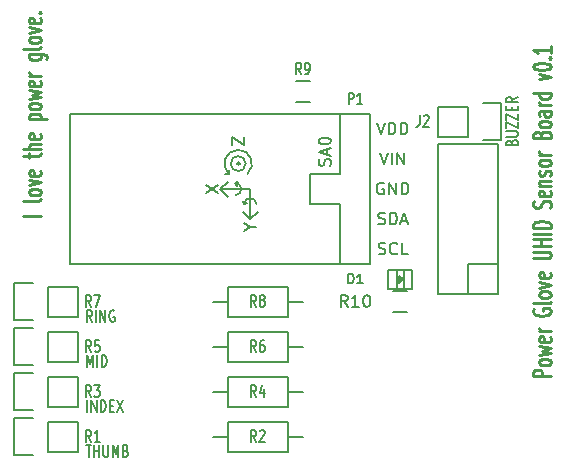
<source format=gto>
G04 #@! TF.FileFunction,Legend,Top*
%FSLAX46Y46*%
G04 Gerber Fmt 4.6, Leading zero omitted, Abs format (unit mm)*
G04 Created by KiCad (PCBNEW 4.0.1-stable) date 3/24/2016 2:30:21 AM*
%MOMM*%
G01*
G04 APERTURE LIST*
%ADD10C,0.200000*%
%ADD11C,0.150000*%
%ADD12C,0.250000*%
%ADD13C,0.127000*%
%ADD14C,0.149860*%
G04 APERTURE END LIST*
D10*
X166370000Y-102235000D02*
X166370000Y-104775000D01*
X168910000Y-102235000D02*
X166370000Y-102235000D01*
X163830000Y-104775000D02*
X163830000Y-92075000D01*
X168910000Y-104775000D02*
X163830000Y-104775000D01*
X168910000Y-92075000D02*
X168910000Y-104775000D01*
X163830000Y-92075000D02*
X168910000Y-92075000D01*
D11*
X170108571Y-91937857D02*
X170156190Y-91830714D01*
X170203810Y-91794999D01*
X170299048Y-91759285D01*
X170441905Y-91759285D01*
X170537143Y-91794999D01*
X170584762Y-91830714D01*
X170632381Y-91902142D01*
X170632381Y-92187857D01*
X169632381Y-92187857D01*
X169632381Y-91937857D01*
X169680000Y-91866428D01*
X169727619Y-91830714D01*
X169822857Y-91794999D01*
X169918095Y-91794999D01*
X170013333Y-91830714D01*
X170060952Y-91866428D01*
X170108571Y-91937857D01*
X170108571Y-92187857D01*
X169632381Y-91437857D02*
X170441905Y-91437857D01*
X170537143Y-91402142D01*
X170584762Y-91366428D01*
X170632381Y-91294999D01*
X170632381Y-91152142D01*
X170584762Y-91080714D01*
X170537143Y-91044999D01*
X170441905Y-91009285D01*
X169632381Y-91009285D01*
X169632381Y-90723571D02*
X169632381Y-90223571D01*
X170632381Y-90723571D01*
X170632381Y-90223571D01*
X169632381Y-90009285D02*
X169632381Y-89509285D01*
X170632381Y-90009285D01*
X170632381Y-89509285D01*
X170108571Y-89223571D02*
X170108571Y-88973571D01*
X170632381Y-88866428D02*
X170632381Y-89223571D01*
X169632381Y-89223571D01*
X169632381Y-88866428D01*
X170632381Y-88116428D02*
X170156190Y-88366428D01*
X170632381Y-88545000D02*
X169632381Y-88545000D01*
X169632381Y-88259285D01*
X169680000Y-88187857D01*
X169727619Y-88152142D01*
X169822857Y-88116428D01*
X169965714Y-88116428D01*
X170060952Y-88152142D01*
X170108571Y-88187857D01*
X170156190Y-88259285D01*
X170156190Y-88545000D01*
D12*
X130218571Y-98130240D02*
X128718571Y-98130240D01*
X130218571Y-96749288D02*
X130147143Y-96844526D01*
X130004286Y-96892145D01*
X128718571Y-96892145D01*
X130218571Y-96225478D02*
X130147143Y-96320716D01*
X130075714Y-96368335D01*
X129932857Y-96415954D01*
X129504286Y-96415954D01*
X129361429Y-96368335D01*
X129290000Y-96320716D01*
X129218571Y-96225478D01*
X129218571Y-96082620D01*
X129290000Y-95987382D01*
X129361429Y-95939763D01*
X129504286Y-95892144D01*
X129932857Y-95892144D01*
X130075714Y-95939763D01*
X130147143Y-95987382D01*
X130218571Y-96082620D01*
X130218571Y-96225478D01*
X129218571Y-95558811D02*
X130218571Y-95320716D01*
X129218571Y-95082620D01*
X130147143Y-94320715D02*
X130218571Y-94415953D01*
X130218571Y-94606430D01*
X130147143Y-94701668D01*
X130004286Y-94749287D01*
X129432857Y-94749287D01*
X129290000Y-94701668D01*
X129218571Y-94606430D01*
X129218571Y-94415953D01*
X129290000Y-94320715D01*
X129432857Y-94273096D01*
X129575714Y-94273096D01*
X129718571Y-94749287D01*
X129218571Y-93225477D02*
X129218571Y-92844525D01*
X128718571Y-93082620D02*
X130004286Y-93082620D01*
X130147143Y-93035001D01*
X130218571Y-92939763D01*
X130218571Y-92844525D01*
X130218571Y-92511191D02*
X128718571Y-92511191D01*
X130218571Y-92082619D02*
X129432857Y-92082619D01*
X129290000Y-92130238D01*
X129218571Y-92225476D01*
X129218571Y-92368334D01*
X129290000Y-92463572D01*
X129361429Y-92511191D01*
X130147143Y-91225476D02*
X130218571Y-91320714D01*
X130218571Y-91511191D01*
X130147143Y-91606429D01*
X130004286Y-91654048D01*
X129432857Y-91654048D01*
X129290000Y-91606429D01*
X129218571Y-91511191D01*
X129218571Y-91320714D01*
X129290000Y-91225476D01*
X129432857Y-91177857D01*
X129575714Y-91177857D01*
X129718571Y-91654048D01*
X129218571Y-89987381D02*
X130718571Y-89987381D01*
X129290000Y-89987381D02*
X129218571Y-89892143D01*
X129218571Y-89701666D01*
X129290000Y-89606428D01*
X129361429Y-89558809D01*
X129504286Y-89511190D01*
X129932857Y-89511190D01*
X130075714Y-89558809D01*
X130147143Y-89606428D01*
X130218571Y-89701666D01*
X130218571Y-89892143D01*
X130147143Y-89987381D01*
X130218571Y-88939762D02*
X130147143Y-89035000D01*
X130075714Y-89082619D01*
X129932857Y-89130238D01*
X129504286Y-89130238D01*
X129361429Y-89082619D01*
X129290000Y-89035000D01*
X129218571Y-88939762D01*
X129218571Y-88796904D01*
X129290000Y-88701666D01*
X129361429Y-88654047D01*
X129504286Y-88606428D01*
X129932857Y-88606428D01*
X130075714Y-88654047D01*
X130147143Y-88701666D01*
X130218571Y-88796904D01*
X130218571Y-88939762D01*
X129218571Y-88273095D02*
X130218571Y-88082619D01*
X129504286Y-87892142D01*
X130218571Y-87701666D01*
X129218571Y-87511190D01*
X130147143Y-86749285D02*
X130218571Y-86844523D01*
X130218571Y-87035000D01*
X130147143Y-87130238D01*
X130004286Y-87177857D01*
X129432857Y-87177857D01*
X129290000Y-87130238D01*
X129218571Y-87035000D01*
X129218571Y-86844523D01*
X129290000Y-86749285D01*
X129432857Y-86701666D01*
X129575714Y-86701666D01*
X129718571Y-87177857D01*
X130218571Y-86273095D02*
X129218571Y-86273095D01*
X129504286Y-86273095D02*
X129361429Y-86225476D01*
X129290000Y-86177857D01*
X129218571Y-86082619D01*
X129218571Y-85987380D01*
X129218571Y-84463570D02*
X130432857Y-84463570D01*
X130575714Y-84511189D01*
X130647143Y-84558808D01*
X130718571Y-84654047D01*
X130718571Y-84796904D01*
X130647143Y-84892142D01*
X130147143Y-84463570D02*
X130218571Y-84558808D01*
X130218571Y-84749285D01*
X130147143Y-84844523D01*
X130075714Y-84892142D01*
X129932857Y-84939761D01*
X129504286Y-84939761D01*
X129361429Y-84892142D01*
X129290000Y-84844523D01*
X129218571Y-84749285D01*
X129218571Y-84558808D01*
X129290000Y-84463570D01*
X130218571Y-83844523D02*
X130147143Y-83939761D01*
X130004286Y-83987380D01*
X128718571Y-83987380D01*
X130218571Y-83320713D02*
X130147143Y-83415951D01*
X130075714Y-83463570D01*
X129932857Y-83511189D01*
X129504286Y-83511189D01*
X129361429Y-83463570D01*
X129290000Y-83415951D01*
X129218571Y-83320713D01*
X129218571Y-83177855D01*
X129290000Y-83082617D01*
X129361429Y-83034998D01*
X129504286Y-82987379D01*
X129932857Y-82987379D01*
X130075714Y-83034998D01*
X130147143Y-83082617D01*
X130218571Y-83177855D01*
X130218571Y-83320713D01*
X129218571Y-82654046D02*
X130218571Y-82415951D01*
X129218571Y-82177855D01*
X130147143Y-81415950D02*
X130218571Y-81511188D01*
X130218571Y-81701665D01*
X130147143Y-81796903D01*
X130004286Y-81844522D01*
X129432857Y-81844522D01*
X129290000Y-81796903D01*
X129218571Y-81701665D01*
X129218571Y-81511188D01*
X129290000Y-81415950D01*
X129432857Y-81368331D01*
X129575714Y-81368331D01*
X129718571Y-81844522D01*
X130075714Y-80939760D02*
X130147143Y-80892141D01*
X130218571Y-80939760D01*
X130147143Y-80987379D01*
X130075714Y-80939760D01*
X130218571Y-80939760D01*
D11*
X134592143Y-107132381D02*
X134342143Y-106656190D01*
X134163571Y-107132381D02*
X134163571Y-106132381D01*
X134449286Y-106132381D01*
X134520714Y-106180000D01*
X134556429Y-106227619D01*
X134592143Y-106322857D01*
X134592143Y-106465714D01*
X134556429Y-106560952D01*
X134520714Y-106608571D01*
X134449286Y-106656190D01*
X134163571Y-106656190D01*
X134913571Y-107132381D02*
X134913571Y-106132381D01*
X135270714Y-107132381D02*
X135270714Y-106132381D01*
X135699286Y-107132381D01*
X135699286Y-106132381D01*
X136449286Y-106180000D02*
X136377857Y-106132381D01*
X136270714Y-106132381D01*
X136163571Y-106180000D01*
X136092143Y-106275238D01*
X136056428Y-106370476D01*
X136020714Y-106560952D01*
X136020714Y-106703810D01*
X136056428Y-106894286D01*
X136092143Y-106989524D01*
X136163571Y-107084762D01*
X136270714Y-107132381D01*
X136342143Y-107132381D01*
X136449286Y-107084762D01*
X136485000Y-107037143D01*
X136485000Y-106703810D01*
X136342143Y-106703810D01*
X134163571Y-110942381D02*
X134163571Y-109942381D01*
X134413571Y-110656667D01*
X134663571Y-109942381D01*
X134663571Y-110942381D01*
X135020714Y-110942381D02*
X135020714Y-109942381D01*
X135377857Y-110942381D02*
X135377857Y-109942381D01*
X135556429Y-109942381D01*
X135663572Y-109990000D01*
X135735000Y-110085238D01*
X135770715Y-110180476D01*
X135806429Y-110370952D01*
X135806429Y-110513810D01*
X135770715Y-110704286D01*
X135735000Y-110799524D01*
X135663572Y-110894762D01*
X135556429Y-110942381D01*
X135377857Y-110942381D01*
X134163571Y-114752381D02*
X134163571Y-113752381D01*
X134520714Y-114752381D02*
X134520714Y-113752381D01*
X134949286Y-114752381D01*
X134949286Y-113752381D01*
X135306428Y-114752381D02*
X135306428Y-113752381D01*
X135485000Y-113752381D01*
X135592143Y-113800000D01*
X135663571Y-113895238D01*
X135699286Y-113990476D01*
X135735000Y-114180952D01*
X135735000Y-114323810D01*
X135699286Y-114514286D01*
X135663571Y-114609524D01*
X135592143Y-114704762D01*
X135485000Y-114752381D01*
X135306428Y-114752381D01*
X136056428Y-114228571D02*
X136306428Y-114228571D01*
X136413571Y-114752381D02*
X136056428Y-114752381D01*
X136056428Y-113752381D01*
X136413571Y-113752381D01*
X136663571Y-113752381D02*
X137163571Y-114752381D01*
X137163571Y-113752381D02*
X136663571Y-114752381D01*
X134056429Y-117562381D02*
X134485000Y-117562381D01*
X134270714Y-118562381D02*
X134270714Y-117562381D01*
X134735000Y-118562381D02*
X134735000Y-117562381D01*
X134735000Y-118038571D02*
X135163572Y-118038571D01*
X135163572Y-118562381D02*
X135163572Y-117562381D01*
X135520714Y-117562381D02*
X135520714Y-118371905D01*
X135556429Y-118467143D01*
X135592143Y-118514762D01*
X135663572Y-118562381D01*
X135806429Y-118562381D01*
X135877857Y-118514762D01*
X135913572Y-118467143D01*
X135949286Y-118371905D01*
X135949286Y-117562381D01*
X136306428Y-118562381D02*
X136306428Y-117562381D01*
X136556428Y-118276667D01*
X136806428Y-117562381D01*
X136806428Y-118562381D01*
X137413571Y-118038571D02*
X137520714Y-118086190D01*
X137556429Y-118133810D01*
X137592143Y-118229048D01*
X137592143Y-118371905D01*
X137556429Y-118467143D01*
X137520714Y-118514762D01*
X137449286Y-118562381D01*
X137163571Y-118562381D01*
X137163571Y-117562381D01*
X137413571Y-117562381D01*
X137485000Y-117610000D01*
X137520714Y-117657619D01*
X137556429Y-117752857D01*
X137556429Y-117848095D01*
X137520714Y-117943333D01*
X137485000Y-117990952D01*
X137413571Y-118038571D01*
X137163571Y-118038571D01*
D12*
X173398571Y-111742383D02*
X171898571Y-111742383D01*
X171898571Y-111361430D01*
X171970000Y-111266192D01*
X172041429Y-111218573D01*
X172184286Y-111170954D01*
X172398571Y-111170954D01*
X172541429Y-111218573D01*
X172612857Y-111266192D01*
X172684286Y-111361430D01*
X172684286Y-111742383D01*
X173398571Y-110599526D02*
X173327143Y-110694764D01*
X173255714Y-110742383D01*
X173112857Y-110790002D01*
X172684286Y-110790002D01*
X172541429Y-110742383D01*
X172470000Y-110694764D01*
X172398571Y-110599526D01*
X172398571Y-110456668D01*
X172470000Y-110361430D01*
X172541429Y-110313811D01*
X172684286Y-110266192D01*
X173112857Y-110266192D01*
X173255714Y-110313811D01*
X173327143Y-110361430D01*
X173398571Y-110456668D01*
X173398571Y-110599526D01*
X172398571Y-109932859D02*
X173398571Y-109742383D01*
X172684286Y-109551906D01*
X173398571Y-109361430D01*
X172398571Y-109170954D01*
X173327143Y-108409049D02*
X173398571Y-108504287D01*
X173398571Y-108694764D01*
X173327143Y-108790002D01*
X173184286Y-108837621D01*
X172612857Y-108837621D01*
X172470000Y-108790002D01*
X172398571Y-108694764D01*
X172398571Y-108504287D01*
X172470000Y-108409049D01*
X172612857Y-108361430D01*
X172755714Y-108361430D01*
X172898571Y-108837621D01*
X173398571Y-107932859D02*
X172398571Y-107932859D01*
X172684286Y-107932859D02*
X172541429Y-107885240D01*
X172470000Y-107837621D01*
X172398571Y-107742383D01*
X172398571Y-107647144D01*
X171970000Y-106028096D02*
X171898571Y-106123334D01*
X171898571Y-106266191D01*
X171970000Y-106409049D01*
X172112857Y-106504287D01*
X172255714Y-106551906D01*
X172541429Y-106599525D01*
X172755714Y-106599525D01*
X173041429Y-106551906D01*
X173184286Y-106504287D01*
X173327143Y-106409049D01*
X173398571Y-106266191D01*
X173398571Y-106170953D01*
X173327143Y-106028096D01*
X173255714Y-105980477D01*
X172755714Y-105980477D01*
X172755714Y-106170953D01*
X173398571Y-105409049D02*
X173327143Y-105504287D01*
X173184286Y-105551906D01*
X171898571Y-105551906D01*
X173398571Y-104885239D02*
X173327143Y-104980477D01*
X173255714Y-105028096D01*
X173112857Y-105075715D01*
X172684286Y-105075715D01*
X172541429Y-105028096D01*
X172470000Y-104980477D01*
X172398571Y-104885239D01*
X172398571Y-104742381D01*
X172470000Y-104647143D01*
X172541429Y-104599524D01*
X172684286Y-104551905D01*
X173112857Y-104551905D01*
X173255714Y-104599524D01*
X173327143Y-104647143D01*
X173398571Y-104742381D01*
X173398571Y-104885239D01*
X172398571Y-104218572D02*
X173398571Y-103980477D01*
X172398571Y-103742381D01*
X173327143Y-102980476D02*
X173398571Y-103075714D01*
X173398571Y-103266191D01*
X173327143Y-103361429D01*
X173184286Y-103409048D01*
X172612857Y-103409048D01*
X172470000Y-103361429D01*
X172398571Y-103266191D01*
X172398571Y-103075714D01*
X172470000Y-102980476D01*
X172612857Y-102932857D01*
X172755714Y-102932857D01*
X172898571Y-103409048D01*
X171898571Y-101742381D02*
X173112857Y-101742381D01*
X173255714Y-101694762D01*
X173327143Y-101647143D01*
X173398571Y-101551905D01*
X173398571Y-101361428D01*
X173327143Y-101266190D01*
X173255714Y-101218571D01*
X173112857Y-101170952D01*
X171898571Y-101170952D01*
X173398571Y-100694762D02*
X171898571Y-100694762D01*
X172612857Y-100694762D02*
X172612857Y-100123333D01*
X173398571Y-100123333D02*
X171898571Y-100123333D01*
X173398571Y-99647143D02*
X171898571Y-99647143D01*
X173398571Y-99170953D02*
X171898571Y-99170953D01*
X171898571Y-98932858D01*
X171970000Y-98790000D01*
X172112857Y-98694762D01*
X172255714Y-98647143D01*
X172541429Y-98599524D01*
X172755714Y-98599524D01*
X173041429Y-98647143D01*
X173184286Y-98694762D01*
X173327143Y-98790000D01*
X173398571Y-98932858D01*
X173398571Y-99170953D01*
X173327143Y-97456667D02*
X173398571Y-97313810D01*
X173398571Y-97075714D01*
X173327143Y-96980476D01*
X173255714Y-96932857D01*
X173112857Y-96885238D01*
X172970000Y-96885238D01*
X172827143Y-96932857D01*
X172755714Y-96980476D01*
X172684286Y-97075714D01*
X172612857Y-97266191D01*
X172541429Y-97361429D01*
X172470000Y-97409048D01*
X172327143Y-97456667D01*
X172184286Y-97456667D01*
X172041429Y-97409048D01*
X171970000Y-97361429D01*
X171898571Y-97266191D01*
X171898571Y-97028095D01*
X171970000Y-96885238D01*
X173327143Y-96075714D02*
X173398571Y-96170952D01*
X173398571Y-96361429D01*
X173327143Y-96456667D01*
X173184286Y-96504286D01*
X172612857Y-96504286D01*
X172470000Y-96456667D01*
X172398571Y-96361429D01*
X172398571Y-96170952D01*
X172470000Y-96075714D01*
X172612857Y-96028095D01*
X172755714Y-96028095D01*
X172898571Y-96504286D01*
X172398571Y-95599524D02*
X173398571Y-95599524D01*
X172541429Y-95599524D02*
X172470000Y-95551905D01*
X172398571Y-95456667D01*
X172398571Y-95313809D01*
X172470000Y-95218571D01*
X172612857Y-95170952D01*
X173398571Y-95170952D01*
X173327143Y-94742381D02*
X173398571Y-94647143D01*
X173398571Y-94456667D01*
X173327143Y-94361428D01*
X173184286Y-94313809D01*
X173112857Y-94313809D01*
X172970000Y-94361428D01*
X172898571Y-94456667D01*
X172898571Y-94599524D01*
X172827143Y-94694762D01*
X172684286Y-94742381D01*
X172612857Y-94742381D01*
X172470000Y-94694762D01*
X172398571Y-94599524D01*
X172398571Y-94456667D01*
X172470000Y-94361428D01*
X173398571Y-93742381D02*
X173327143Y-93837619D01*
X173255714Y-93885238D01*
X173112857Y-93932857D01*
X172684286Y-93932857D01*
X172541429Y-93885238D01*
X172470000Y-93837619D01*
X172398571Y-93742381D01*
X172398571Y-93599523D01*
X172470000Y-93504285D01*
X172541429Y-93456666D01*
X172684286Y-93409047D01*
X173112857Y-93409047D01*
X173255714Y-93456666D01*
X173327143Y-93504285D01*
X173398571Y-93599523D01*
X173398571Y-93742381D01*
X173398571Y-92980476D02*
X172398571Y-92980476D01*
X172684286Y-92980476D02*
X172541429Y-92932857D01*
X172470000Y-92885238D01*
X172398571Y-92790000D01*
X172398571Y-92694761D01*
X172612857Y-91266189D02*
X172684286Y-91123332D01*
X172755714Y-91075713D01*
X172898571Y-91028094D01*
X173112857Y-91028094D01*
X173255714Y-91075713D01*
X173327143Y-91123332D01*
X173398571Y-91218570D01*
X173398571Y-91599523D01*
X171898571Y-91599523D01*
X171898571Y-91266189D01*
X171970000Y-91170951D01*
X172041429Y-91123332D01*
X172184286Y-91075713D01*
X172327143Y-91075713D01*
X172470000Y-91123332D01*
X172541429Y-91170951D01*
X172612857Y-91266189D01*
X172612857Y-91599523D01*
X173398571Y-90456666D02*
X173327143Y-90551904D01*
X173255714Y-90599523D01*
X173112857Y-90647142D01*
X172684286Y-90647142D01*
X172541429Y-90599523D01*
X172470000Y-90551904D01*
X172398571Y-90456666D01*
X172398571Y-90313808D01*
X172470000Y-90218570D01*
X172541429Y-90170951D01*
X172684286Y-90123332D01*
X173112857Y-90123332D01*
X173255714Y-90170951D01*
X173327143Y-90218570D01*
X173398571Y-90313808D01*
X173398571Y-90456666D01*
X173398571Y-89266189D02*
X172612857Y-89266189D01*
X172470000Y-89313808D01*
X172398571Y-89409046D01*
X172398571Y-89599523D01*
X172470000Y-89694761D01*
X173327143Y-89266189D02*
X173398571Y-89361427D01*
X173398571Y-89599523D01*
X173327143Y-89694761D01*
X173184286Y-89742380D01*
X173041429Y-89742380D01*
X172898571Y-89694761D01*
X172827143Y-89599523D01*
X172827143Y-89361427D01*
X172755714Y-89266189D01*
X173398571Y-88789999D02*
X172398571Y-88789999D01*
X172684286Y-88789999D02*
X172541429Y-88742380D01*
X172470000Y-88694761D01*
X172398571Y-88599523D01*
X172398571Y-88504284D01*
X173398571Y-87742379D02*
X171898571Y-87742379D01*
X173327143Y-87742379D02*
X173398571Y-87837617D01*
X173398571Y-88028094D01*
X173327143Y-88123332D01*
X173255714Y-88170951D01*
X173112857Y-88218570D01*
X172684286Y-88218570D01*
X172541429Y-88170951D01*
X172470000Y-88123332D01*
X172398571Y-88028094D01*
X172398571Y-87837617D01*
X172470000Y-87742379D01*
X172398571Y-86599522D02*
X173398571Y-86361427D01*
X172398571Y-86123331D01*
X171898571Y-85551903D02*
X171898571Y-85456664D01*
X171970000Y-85361426D01*
X172041429Y-85313807D01*
X172184286Y-85266188D01*
X172470000Y-85218569D01*
X172827143Y-85218569D01*
X173112857Y-85266188D01*
X173255714Y-85313807D01*
X173327143Y-85361426D01*
X173398571Y-85456664D01*
X173398571Y-85551903D01*
X173327143Y-85647141D01*
X173255714Y-85694760D01*
X173112857Y-85742379D01*
X172827143Y-85789998D01*
X172470000Y-85789998D01*
X172184286Y-85742379D01*
X172041429Y-85694760D01*
X171970000Y-85647141D01*
X171898571Y-85551903D01*
X173255714Y-84789998D02*
X173327143Y-84742379D01*
X173398571Y-84789998D01*
X173327143Y-84837617D01*
X173255714Y-84789998D01*
X173398571Y-84789998D01*
X173398571Y-83789998D02*
X173398571Y-84361427D01*
X173398571Y-84075713D02*
X171898571Y-84075713D01*
X172112857Y-84170951D01*
X172255714Y-84266189D01*
X172327143Y-84361427D01*
D11*
X146685000Y-95377000D02*
X146939000Y-95250000D01*
X146685000Y-95377000D02*
X146812000Y-95631000D01*
X147447000Y-97155000D02*
X147701000Y-97028000D01*
X147447000Y-97155000D02*
X147320000Y-96901000D01*
X148463000Y-97155000D02*
G75*
G03X147447000Y-97155000I-508000J0D01*
G01*
X146685000Y-96393000D02*
G75*
G03X146685000Y-95377000I0J508000D01*
G01*
X146177000Y-94615000D02*
X146177000Y-94234000D01*
X146177000Y-94615000D02*
X145796000Y-94615000D01*
X147701000Y-94615000D02*
G75*
G03X146177000Y-94615000I-762000J889000D01*
G01*
X147574000Y-93726000D02*
G75*
G03X147574000Y-93726000I-635000J0D01*
G01*
X146812000Y-93726000D02*
X147066000Y-93726000D01*
X147066000Y-93726000D02*
G75*
G03X147066000Y-93726000I-127000J0D01*
G01*
X147955000Y-98425000D02*
X148590000Y-97790000D01*
X147955000Y-98425000D02*
X147320000Y-97790000D01*
X147955000Y-95885000D02*
X147955000Y-98425000D01*
X145415000Y-95885000D02*
X146050000Y-96520000D01*
X145415000Y-95885000D02*
X146050000Y-95250000D01*
X147955000Y-95885000D02*
X145415000Y-95885000D01*
X132715000Y-102235000D02*
X155575000Y-102235000D01*
X132715000Y-89535000D02*
X132715000Y-102235000D01*
X155575000Y-89535000D02*
X132715000Y-89535000D01*
X155575000Y-102235000D02*
X155575000Y-97155000D01*
X155575000Y-97155000D02*
X153035000Y-97155000D01*
X153035000Y-97155000D02*
X153035000Y-94615000D01*
X153035000Y-94615000D02*
X155575000Y-94615000D01*
X155575000Y-94615000D02*
X155575000Y-89535000D01*
X155575000Y-89535000D02*
X158115000Y-89535000D01*
X158115000Y-89535000D02*
X158115000Y-102235000D01*
X158115000Y-102235000D02*
X155575000Y-102235000D01*
X151800000Y-86755000D02*
X153000000Y-86755000D01*
X153000000Y-88505000D02*
X151800000Y-88505000D01*
X127990000Y-118390000D02*
X129540000Y-118390000D01*
X133350000Y-118110000D02*
X130810000Y-118110000D01*
X130810000Y-118110000D02*
X130810000Y-115570000D01*
X129540000Y-115290000D02*
X127990000Y-115290000D01*
X127990000Y-115290000D02*
X127990000Y-118390000D01*
X130810000Y-115570000D02*
X133350000Y-115570000D01*
X133350000Y-115570000D02*
X133350000Y-118110000D01*
X127990000Y-114580000D02*
X129540000Y-114580000D01*
X133350000Y-114300000D02*
X130810000Y-114300000D01*
X130810000Y-114300000D02*
X130810000Y-111760000D01*
X129540000Y-111480000D02*
X127990000Y-111480000D01*
X127990000Y-111480000D02*
X127990000Y-114580000D01*
X130810000Y-111760000D02*
X133350000Y-111760000D01*
X133350000Y-111760000D02*
X133350000Y-114300000D01*
X127990000Y-110770000D02*
X129540000Y-110770000D01*
X133350000Y-110490000D02*
X130810000Y-110490000D01*
X130810000Y-110490000D02*
X130810000Y-107950000D01*
X129540000Y-107670000D02*
X127990000Y-107670000D01*
X127990000Y-107670000D02*
X127990000Y-110770000D01*
X130810000Y-107950000D02*
X133350000Y-107950000D01*
X133350000Y-107950000D02*
X133350000Y-110490000D01*
X127990000Y-106960000D02*
X129540000Y-106960000D01*
X133350000Y-106680000D02*
X130810000Y-106680000D01*
X130810000Y-106680000D02*
X130810000Y-104140000D01*
X129540000Y-103860000D02*
X127990000Y-103860000D01*
X127990000Y-103860000D02*
X127990000Y-106960000D01*
X130810000Y-104140000D02*
X133350000Y-104140000D01*
X133350000Y-104140000D02*
X133350000Y-106680000D01*
X169190000Y-88620000D02*
X167640000Y-88620000D01*
X163830000Y-88900000D02*
X166370000Y-88900000D01*
X166370000Y-88900000D02*
X166370000Y-91440000D01*
X167640000Y-91720000D02*
X169190000Y-91720000D01*
X169190000Y-91720000D02*
X169190000Y-88620000D01*
X166370000Y-91440000D02*
X163830000Y-91440000D01*
X163830000Y-91440000D02*
X163830000Y-88900000D01*
X146050000Y-115570000D02*
X151130000Y-115570000D01*
X151130000Y-115570000D02*
X151130000Y-118110000D01*
X151130000Y-118110000D02*
X146050000Y-118110000D01*
X146050000Y-118110000D02*
X146050000Y-115570000D01*
X146050000Y-116840000D02*
X144780000Y-116840000D01*
X151130000Y-116840000D02*
X152400000Y-116840000D01*
X146050000Y-111760000D02*
X151130000Y-111760000D01*
X151130000Y-111760000D02*
X151130000Y-114300000D01*
X151130000Y-114300000D02*
X146050000Y-114300000D01*
X146050000Y-114300000D02*
X146050000Y-111760000D01*
X146050000Y-113030000D02*
X144780000Y-113030000D01*
X151130000Y-113030000D02*
X152400000Y-113030000D01*
X146050000Y-107950000D02*
X151130000Y-107950000D01*
X151130000Y-107950000D02*
X151130000Y-110490000D01*
X151130000Y-110490000D02*
X146050000Y-110490000D01*
X146050000Y-110490000D02*
X146050000Y-107950000D01*
X146050000Y-109220000D02*
X144780000Y-109220000D01*
X151130000Y-109220000D02*
X152400000Y-109220000D01*
X146050000Y-104140000D02*
X151130000Y-104140000D01*
X151130000Y-104140000D02*
X151130000Y-106680000D01*
X151130000Y-106680000D02*
X146050000Y-106680000D01*
X146050000Y-106680000D02*
X146050000Y-104140000D01*
X146050000Y-105410000D02*
X144780000Y-105410000D01*
X151130000Y-105410000D02*
X152400000Y-105410000D01*
D13*
X160855660Y-103505000D02*
X160555940Y-103205280D01*
X160555940Y-103205280D02*
X160555940Y-103804720D01*
X160555940Y-103804720D02*
X160855660Y-103505000D01*
X160754060Y-103604060D02*
X160754060Y-103405940D01*
X160655000Y-103304340D02*
X160655000Y-103705660D01*
X160954720Y-104305100D02*
X160954720Y-102704900D01*
X160355280Y-102704900D02*
X160355280Y-104305100D01*
X159654240Y-102704900D02*
X161655760Y-102704900D01*
X161655760Y-102704900D02*
X161655760Y-104305100D01*
X161655760Y-104305100D02*
X159654240Y-104305100D01*
X159654240Y-104305100D02*
X159654240Y-102704900D01*
D11*
X160055000Y-104535000D02*
X161255000Y-104535000D01*
X161255000Y-106285000D02*
X160055000Y-106285000D01*
X156291428Y-88717381D02*
X156291428Y-87717381D01*
X156577143Y-87717381D01*
X156648571Y-87765000D01*
X156684286Y-87812619D01*
X156720000Y-87907857D01*
X156720000Y-88050714D01*
X156684286Y-88145952D01*
X156648571Y-88193571D01*
X156577143Y-88241190D01*
X156291428Y-88241190D01*
X157434286Y-88717381D02*
X157005714Y-88717381D01*
X157220000Y-88717381D02*
X157220000Y-87717381D01*
X157148571Y-87860238D01*
X157077143Y-87955476D01*
X157005714Y-88003095D01*
X146391381Y-92154333D02*
X146391381Y-91487666D01*
X147391381Y-92154333D01*
X147391381Y-91487666D01*
X147931190Y-99060000D02*
X148407381Y-99060000D01*
X147407381Y-99393333D02*
X147931190Y-99060000D01*
X147407381Y-98726666D01*
X144232381Y-96218333D02*
X145232381Y-95551666D01*
X144232381Y-95551666D02*
X145232381Y-96218333D01*
X154709762Y-93900476D02*
X154757381Y-93757619D01*
X154757381Y-93519523D01*
X154709762Y-93424285D01*
X154662143Y-93376666D01*
X154566905Y-93329047D01*
X154471667Y-93329047D01*
X154376429Y-93376666D01*
X154328810Y-93424285D01*
X154281190Y-93519523D01*
X154233571Y-93710000D01*
X154185952Y-93805238D01*
X154138333Y-93852857D01*
X154043095Y-93900476D01*
X153947857Y-93900476D01*
X153852619Y-93852857D01*
X153805000Y-93805238D01*
X153757381Y-93710000D01*
X153757381Y-93471904D01*
X153805000Y-93329047D01*
X154471667Y-92948095D02*
X154471667Y-92471904D01*
X154757381Y-93043333D02*
X153757381Y-92710000D01*
X154757381Y-92376666D01*
X153757381Y-91852857D02*
X153757381Y-91757618D01*
X153805000Y-91662380D01*
X153852619Y-91614761D01*
X153947857Y-91567142D01*
X154138333Y-91519523D01*
X154376429Y-91519523D01*
X154566905Y-91567142D01*
X154662143Y-91614761D01*
X154709762Y-91662380D01*
X154757381Y-91757618D01*
X154757381Y-91852857D01*
X154709762Y-91948095D01*
X154662143Y-91995714D01*
X154566905Y-92043333D01*
X154376429Y-92090952D01*
X154138333Y-92090952D01*
X153947857Y-92043333D01*
X153852619Y-91995714D01*
X153805000Y-91948095D01*
X153757381Y-91852857D01*
X158686667Y-90257381D02*
X159020000Y-91257381D01*
X159353334Y-90257381D01*
X159686667Y-91257381D02*
X159686667Y-90257381D01*
X159924762Y-90257381D01*
X160067620Y-90305000D01*
X160162858Y-90400238D01*
X160210477Y-90495476D01*
X160258096Y-90685952D01*
X160258096Y-90828810D01*
X160210477Y-91019286D01*
X160162858Y-91114524D01*
X160067620Y-91209762D01*
X159924762Y-91257381D01*
X159686667Y-91257381D01*
X160686667Y-91257381D02*
X160686667Y-90257381D01*
X160924762Y-90257381D01*
X161067620Y-90305000D01*
X161162858Y-90400238D01*
X161210477Y-90495476D01*
X161258096Y-90685952D01*
X161258096Y-90828810D01*
X161210477Y-91019286D01*
X161162858Y-91114524D01*
X161067620Y-91209762D01*
X160924762Y-91257381D01*
X160686667Y-91257381D01*
X158924762Y-92797381D02*
X159258095Y-93797381D01*
X159591429Y-92797381D01*
X159924762Y-93797381D02*
X159924762Y-92797381D01*
X160400952Y-93797381D02*
X160400952Y-92797381D01*
X160972381Y-93797381D01*
X160972381Y-92797381D01*
X159258096Y-95385000D02*
X159162858Y-95337381D01*
X159020001Y-95337381D01*
X158877143Y-95385000D01*
X158781905Y-95480238D01*
X158734286Y-95575476D01*
X158686667Y-95765952D01*
X158686667Y-95908810D01*
X158734286Y-96099286D01*
X158781905Y-96194524D01*
X158877143Y-96289762D01*
X159020001Y-96337381D01*
X159115239Y-96337381D01*
X159258096Y-96289762D01*
X159305715Y-96242143D01*
X159305715Y-95908810D01*
X159115239Y-95908810D01*
X159734286Y-96337381D02*
X159734286Y-95337381D01*
X160305715Y-96337381D01*
X160305715Y-95337381D01*
X160781905Y-96337381D02*
X160781905Y-95337381D01*
X161020000Y-95337381D01*
X161162858Y-95385000D01*
X161258096Y-95480238D01*
X161305715Y-95575476D01*
X161353334Y-95765952D01*
X161353334Y-95908810D01*
X161305715Y-96099286D01*
X161258096Y-96194524D01*
X161162858Y-96289762D01*
X161020000Y-96337381D01*
X160781905Y-96337381D01*
X158805714Y-98829762D02*
X158948571Y-98877381D01*
X159186667Y-98877381D01*
X159281905Y-98829762D01*
X159329524Y-98782143D01*
X159377143Y-98686905D01*
X159377143Y-98591667D01*
X159329524Y-98496429D01*
X159281905Y-98448810D01*
X159186667Y-98401190D01*
X158996190Y-98353571D01*
X158900952Y-98305952D01*
X158853333Y-98258333D01*
X158805714Y-98163095D01*
X158805714Y-98067857D01*
X158853333Y-97972619D01*
X158900952Y-97925000D01*
X158996190Y-97877381D01*
X159234286Y-97877381D01*
X159377143Y-97925000D01*
X159805714Y-98877381D02*
X159805714Y-97877381D01*
X160043809Y-97877381D01*
X160186667Y-97925000D01*
X160281905Y-98020238D01*
X160329524Y-98115476D01*
X160377143Y-98305952D01*
X160377143Y-98448810D01*
X160329524Y-98639286D01*
X160281905Y-98734524D01*
X160186667Y-98829762D01*
X160043809Y-98877381D01*
X159805714Y-98877381D01*
X160758095Y-98591667D02*
X161234286Y-98591667D01*
X160662857Y-98877381D02*
X160996190Y-97877381D01*
X161329524Y-98877381D01*
X158829524Y-101369762D02*
X158972381Y-101417381D01*
X159210477Y-101417381D01*
X159305715Y-101369762D01*
X159353334Y-101322143D01*
X159400953Y-101226905D01*
X159400953Y-101131667D01*
X159353334Y-101036429D01*
X159305715Y-100988810D01*
X159210477Y-100941190D01*
X159020000Y-100893571D01*
X158924762Y-100845952D01*
X158877143Y-100798333D01*
X158829524Y-100703095D01*
X158829524Y-100607857D01*
X158877143Y-100512619D01*
X158924762Y-100465000D01*
X159020000Y-100417381D01*
X159258096Y-100417381D01*
X159400953Y-100465000D01*
X160400953Y-101322143D02*
X160353334Y-101369762D01*
X160210477Y-101417381D01*
X160115239Y-101417381D01*
X159972381Y-101369762D01*
X159877143Y-101274524D01*
X159829524Y-101179286D01*
X159781905Y-100988810D01*
X159781905Y-100845952D01*
X159829524Y-100655476D01*
X159877143Y-100560238D01*
X159972381Y-100465000D01*
X160115239Y-100417381D01*
X160210477Y-100417381D01*
X160353334Y-100465000D01*
X160400953Y-100512619D01*
X161305715Y-101417381D02*
X160829524Y-101417381D01*
X160829524Y-100417381D01*
X152275000Y-86177381D02*
X152025000Y-85701190D01*
X151846428Y-86177381D02*
X151846428Y-85177381D01*
X152132143Y-85177381D01*
X152203571Y-85225000D01*
X152239286Y-85272619D01*
X152275000Y-85367857D01*
X152275000Y-85510714D01*
X152239286Y-85605952D01*
X152203571Y-85653571D01*
X152132143Y-85701190D01*
X151846428Y-85701190D01*
X152632143Y-86177381D02*
X152775000Y-86177381D01*
X152846428Y-86129762D01*
X152882143Y-86082143D01*
X152953571Y-85939286D01*
X152989286Y-85748810D01*
X152989286Y-85367857D01*
X152953571Y-85272619D01*
X152917857Y-85225000D01*
X152846428Y-85177381D01*
X152703571Y-85177381D01*
X152632143Y-85225000D01*
X152596428Y-85272619D01*
X152560714Y-85367857D01*
X152560714Y-85605952D01*
X152596428Y-85701190D01*
X152632143Y-85748810D01*
X152703571Y-85796429D01*
X152846428Y-85796429D01*
X152917857Y-85748810D01*
X152953571Y-85701190D01*
X152989286Y-85605952D01*
X134495000Y-117292381D02*
X134245000Y-116816190D01*
X134066428Y-117292381D02*
X134066428Y-116292381D01*
X134352143Y-116292381D01*
X134423571Y-116340000D01*
X134459286Y-116387619D01*
X134495000Y-116482857D01*
X134495000Y-116625714D01*
X134459286Y-116720952D01*
X134423571Y-116768571D01*
X134352143Y-116816190D01*
X134066428Y-116816190D01*
X135209286Y-117292381D02*
X134780714Y-117292381D01*
X134995000Y-117292381D02*
X134995000Y-116292381D01*
X134923571Y-116435238D01*
X134852143Y-116530476D01*
X134780714Y-116578095D01*
X134495000Y-113482381D02*
X134245000Y-113006190D01*
X134066428Y-113482381D02*
X134066428Y-112482381D01*
X134352143Y-112482381D01*
X134423571Y-112530000D01*
X134459286Y-112577619D01*
X134495000Y-112672857D01*
X134495000Y-112815714D01*
X134459286Y-112910952D01*
X134423571Y-112958571D01*
X134352143Y-113006190D01*
X134066428Y-113006190D01*
X134745000Y-112482381D02*
X135209286Y-112482381D01*
X134959286Y-112863333D01*
X135066428Y-112863333D01*
X135137857Y-112910952D01*
X135173571Y-112958571D01*
X135209286Y-113053810D01*
X135209286Y-113291905D01*
X135173571Y-113387143D01*
X135137857Y-113434762D01*
X135066428Y-113482381D01*
X134852143Y-113482381D01*
X134780714Y-113434762D01*
X134745000Y-113387143D01*
X134495000Y-109672381D02*
X134245000Y-109196190D01*
X134066428Y-109672381D02*
X134066428Y-108672381D01*
X134352143Y-108672381D01*
X134423571Y-108720000D01*
X134459286Y-108767619D01*
X134495000Y-108862857D01*
X134495000Y-109005714D01*
X134459286Y-109100952D01*
X134423571Y-109148571D01*
X134352143Y-109196190D01*
X134066428Y-109196190D01*
X135173571Y-108672381D02*
X134816428Y-108672381D01*
X134780714Y-109148571D01*
X134816428Y-109100952D01*
X134887857Y-109053333D01*
X135066428Y-109053333D01*
X135137857Y-109100952D01*
X135173571Y-109148571D01*
X135209286Y-109243810D01*
X135209286Y-109481905D01*
X135173571Y-109577143D01*
X135137857Y-109624762D01*
X135066428Y-109672381D01*
X134887857Y-109672381D01*
X134816428Y-109624762D01*
X134780714Y-109577143D01*
X134495000Y-105862381D02*
X134245000Y-105386190D01*
X134066428Y-105862381D02*
X134066428Y-104862381D01*
X134352143Y-104862381D01*
X134423571Y-104910000D01*
X134459286Y-104957619D01*
X134495000Y-105052857D01*
X134495000Y-105195714D01*
X134459286Y-105290952D01*
X134423571Y-105338571D01*
X134352143Y-105386190D01*
X134066428Y-105386190D01*
X134745000Y-104862381D02*
X135245000Y-104862381D01*
X134923571Y-105862381D01*
X162310000Y-89622381D02*
X162310000Y-90336667D01*
X162274286Y-90479524D01*
X162202857Y-90574762D01*
X162095714Y-90622381D01*
X162024286Y-90622381D01*
X162631429Y-89717619D02*
X162667143Y-89670000D01*
X162738572Y-89622381D01*
X162917143Y-89622381D01*
X162988572Y-89670000D01*
X163024286Y-89717619D01*
X163060001Y-89812857D01*
X163060001Y-89908095D01*
X163024286Y-90050952D01*
X162595715Y-90622381D01*
X163060001Y-90622381D01*
X148465000Y-117292381D02*
X148215000Y-116816190D01*
X148036428Y-117292381D02*
X148036428Y-116292381D01*
X148322143Y-116292381D01*
X148393571Y-116340000D01*
X148429286Y-116387619D01*
X148465000Y-116482857D01*
X148465000Y-116625714D01*
X148429286Y-116720952D01*
X148393571Y-116768571D01*
X148322143Y-116816190D01*
X148036428Y-116816190D01*
X148750714Y-116387619D02*
X148786428Y-116340000D01*
X148857857Y-116292381D01*
X149036428Y-116292381D01*
X149107857Y-116340000D01*
X149143571Y-116387619D01*
X149179286Y-116482857D01*
X149179286Y-116578095D01*
X149143571Y-116720952D01*
X148715000Y-117292381D01*
X149179286Y-117292381D01*
X148465000Y-113482381D02*
X148215000Y-113006190D01*
X148036428Y-113482381D02*
X148036428Y-112482381D01*
X148322143Y-112482381D01*
X148393571Y-112530000D01*
X148429286Y-112577619D01*
X148465000Y-112672857D01*
X148465000Y-112815714D01*
X148429286Y-112910952D01*
X148393571Y-112958571D01*
X148322143Y-113006190D01*
X148036428Y-113006190D01*
X149107857Y-112815714D02*
X149107857Y-113482381D01*
X148929286Y-112434762D02*
X148750714Y-113149048D01*
X149215000Y-113149048D01*
X148465000Y-109672381D02*
X148215000Y-109196190D01*
X148036428Y-109672381D02*
X148036428Y-108672381D01*
X148322143Y-108672381D01*
X148393571Y-108720000D01*
X148429286Y-108767619D01*
X148465000Y-108862857D01*
X148465000Y-109005714D01*
X148429286Y-109100952D01*
X148393571Y-109148571D01*
X148322143Y-109196190D01*
X148036428Y-109196190D01*
X149107857Y-108672381D02*
X148965000Y-108672381D01*
X148893571Y-108720000D01*
X148857857Y-108767619D01*
X148786428Y-108910476D01*
X148750714Y-109100952D01*
X148750714Y-109481905D01*
X148786428Y-109577143D01*
X148822143Y-109624762D01*
X148893571Y-109672381D01*
X149036428Y-109672381D01*
X149107857Y-109624762D01*
X149143571Y-109577143D01*
X149179286Y-109481905D01*
X149179286Y-109243810D01*
X149143571Y-109148571D01*
X149107857Y-109100952D01*
X149036428Y-109053333D01*
X148893571Y-109053333D01*
X148822143Y-109100952D01*
X148786428Y-109148571D01*
X148750714Y-109243810D01*
X148465000Y-105862381D02*
X148215000Y-105386190D01*
X148036428Y-105862381D02*
X148036428Y-104862381D01*
X148322143Y-104862381D01*
X148393571Y-104910000D01*
X148429286Y-104957619D01*
X148465000Y-105052857D01*
X148465000Y-105195714D01*
X148429286Y-105290952D01*
X148393571Y-105338571D01*
X148322143Y-105386190D01*
X148036428Y-105386190D01*
X148893571Y-105290952D02*
X148822143Y-105243333D01*
X148786428Y-105195714D01*
X148750714Y-105100476D01*
X148750714Y-105052857D01*
X148786428Y-104957619D01*
X148822143Y-104910000D01*
X148893571Y-104862381D01*
X149036428Y-104862381D01*
X149107857Y-104910000D01*
X149143571Y-104957619D01*
X149179286Y-105052857D01*
X149179286Y-105100476D01*
X149143571Y-105195714D01*
X149107857Y-105243333D01*
X149036428Y-105290952D01*
X148893571Y-105290952D01*
X148822143Y-105338571D01*
X148786428Y-105386190D01*
X148750714Y-105481429D01*
X148750714Y-105671905D01*
X148786428Y-105767143D01*
X148822143Y-105814762D01*
X148893571Y-105862381D01*
X149036428Y-105862381D01*
X149107857Y-105814762D01*
X149143571Y-105767143D01*
X149179286Y-105671905D01*
X149179286Y-105481429D01*
X149143571Y-105386190D01*
X149107857Y-105338571D01*
X149036428Y-105290952D01*
D14*
X156254450Y-103866950D02*
X156254450Y-103066850D01*
X156444950Y-103066850D01*
X156559250Y-103104950D01*
X156635450Y-103181150D01*
X156673550Y-103257350D01*
X156711650Y-103409750D01*
X156711650Y-103524050D01*
X156673550Y-103676450D01*
X156635450Y-103752650D01*
X156559250Y-103828850D01*
X156444950Y-103866950D01*
X156254450Y-103866950D01*
X157473650Y-103866950D02*
X157016450Y-103866950D01*
X157245050Y-103866950D02*
X157245050Y-103066850D01*
X157168850Y-103181150D01*
X157092650Y-103257350D01*
X157016450Y-103295450D01*
D11*
X156202143Y-105862381D02*
X155868809Y-105386190D01*
X155630714Y-105862381D02*
X155630714Y-104862381D01*
X156011667Y-104862381D01*
X156106905Y-104910000D01*
X156154524Y-104957619D01*
X156202143Y-105052857D01*
X156202143Y-105195714D01*
X156154524Y-105290952D01*
X156106905Y-105338571D01*
X156011667Y-105386190D01*
X155630714Y-105386190D01*
X157154524Y-105862381D02*
X156583095Y-105862381D01*
X156868809Y-105862381D02*
X156868809Y-104862381D01*
X156773571Y-105005238D01*
X156678333Y-105100476D01*
X156583095Y-105148095D01*
X157773571Y-104862381D02*
X157868810Y-104862381D01*
X157964048Y-104910000D01*
X158011667Y-104957619D01*
X158059286Y-105052857D01*
X158106905Y-105243333D01*
X158106905Y-105481429D01*
X158059286Y-105671905D01*
X158011667Y-105767143D01*
X157964048Y-105814762D01*
X157868810Y-105862381D01*
X157773571Y-105862381D01*
X157678333Y-105814762D01*
X157630714Y-105767143D01*
X157583095Y-105671905D01*
X157535476Y-105481429D01*
X157535476Y-105243333D01*
X157583095Y-105052857D01*
X157630714Y-104957619D01*
X157678333Y-104910000D01*
X157773571Y-104862381D01*
M02*

</source>
